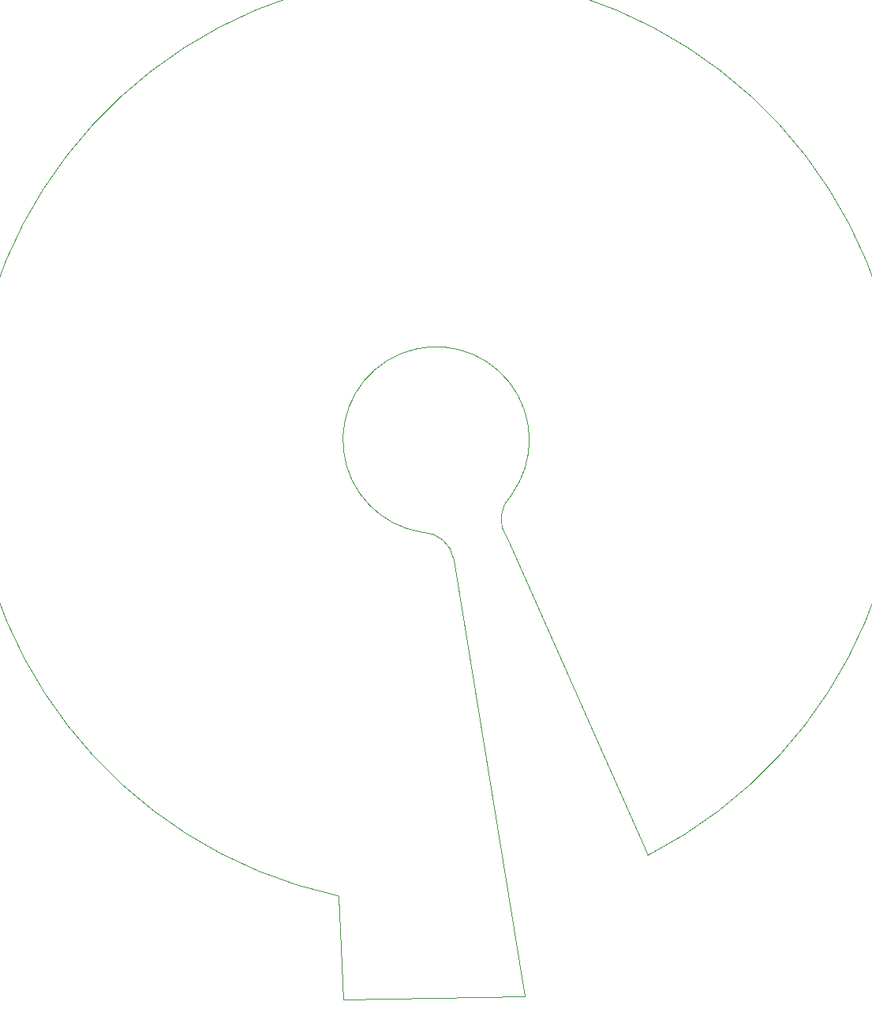
<source format=gbr>
%TF.GenerationSoftware,Altium Limited,Altium Designer,21.9.2 (33)*%
G04 Layer_Color=0*
%FSLAX45Y45*%
%MOMM*%
%TF.SameCoordinates,75CE8345-0679-459C-92E2-866CE1B62050*%
%TF.FilePolarity,Positive*%
%TF.FileFunction,Profile,NP*%
%TF.Part,Single*%
G01*
G75*
%TA.AperFunction,Profile*%
%ADD14C,0.02540*%
D14*
X-1000000Y-6000000D02*
X-1047645Y-4889011D01*
D02*
G02*
X2269952Y-4455032I1047645J4889011D01*
G01*
X761825Y-1053340D01*
D02*
G02*
X809017Y-587785I291631J205607D01*
G01*
D02*
G03*
X-156434Y-987688I-809018J587785D01*
G01*
D02*
G02*
X191404Y-1285845I0J-351977D01*
G01*
X948438Y-5966426D01*
X-1000000Y-6000000D01*
%TF.MD5,fe52296f670ab425794141214f402e4c*%
M02*

</source>
